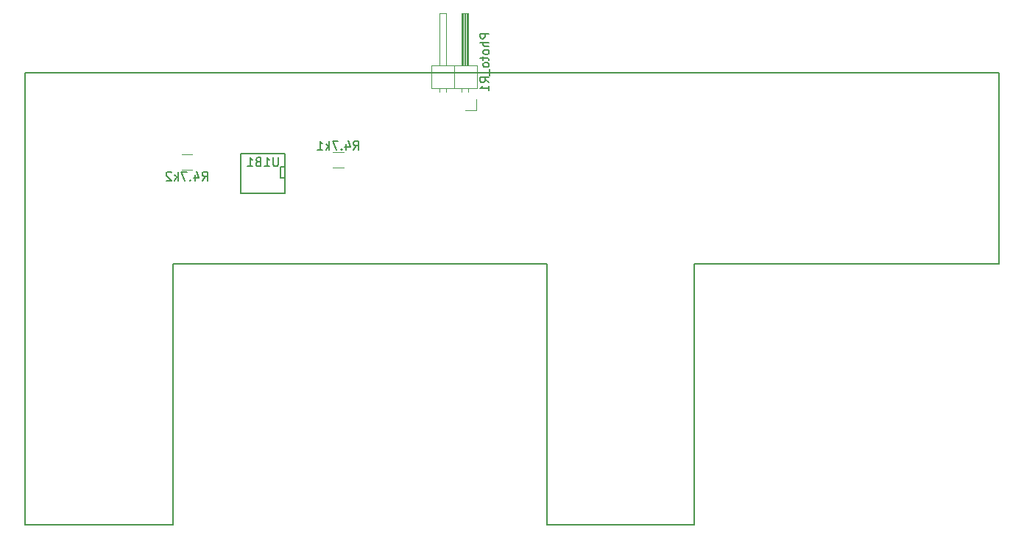
<source format=gbr>
G04 #@! TF.GenerationSoftware,KiCad,Pcbnew,(5.0.0)*
G04 #@! TF.CreationDate,2018-11-23T00:32:49+07:00*
G04 #@! TF.ProjectId,ext_module,6578745F6D6F64756C652E6B69636164,rev?*
G04 #@! TF.SameCoordinates,Original*
G04 #@! TF.FileFunction,Legend,Bot*
G04 #@! TF.FilePolarity,Positive*
%FSLAX46Y46*%
G04 Gerber Fmt 4.6, Leading zero omitted, Abs format (unit mm)*
G04 Created by KiCad (PCBNEW (5.0.0)) date 11/23/18 00:32:49*
%MOMM*%
%LPD*%
G01*
G04 APERTURE LIST*
%ADD10C,0.150000*%
%ADD11C,0.120000*%
G04 APERTURE END LIST*
D10*
X21000000Y-23000000D02*
X21000000Y-75000000D01*
X133000000Y-23000000D02*
X21000000Y-23000000D01*
X133000000Y-45000000D02*
X133000000Y-23000000D01*
X98000000Y-45000000D02*
X133000000Y-45000000D01*
X98000000Y-75000000D02*
X98000000Y-45000000D01*
X81000000Y-75000000D02*
X98000000Y-75000000D01*
X81000000Y-45000000D02*
X81000000Y-75000000D01*
X38000000Y-45000000D02*
X81000000Y-45000000D01*
X38000000Y-75000000D02*
X38000000Y-45000000D01*
X21000000Y-75000000D02*
X38000000Y-75000000D01*
D11*
G04 #@! TO.C,R4.7k1*
X56423000Y-33900000D02*
X57623000Y-33900000D01*
X57623000Y-32140000D02*
X56423000Y-32140000D01*
G04 #@! TO.C,R4.7k2*
X40224000Y-32394000D02*
X39024000Y-32394000D01*
X39024000Y-34154000D02*
X40224000Y-34154000D01*
D10*
G04 #@! TO.C,U1B1*
X50927000Y-32258000D02*
X45847000Y-32258000D01*
X45847000Y-32258000D02*
X45847000Y-36830000D01*
X45847000Y-36830000D02*
X50927000Y-36830000D01*
X50927000Y-36830000D02*
X50927000Y-32258000D01*
X50927000Y-33782000D02*
X50419000Y-33782000D01*
X50419000Y-33782000D02*
X50419000Y-35052000D01*
X50419000Y-35052000D02*
X50927000Y-35052000D01*
D11*
G04 #@! TO.C,Photo_R1*
X72958000Y-24695000D02*
X70358000Y-24695000D01*
X70358000Y-24695000D02*
X70358000Y-22075000D01*
X70358000Y-22075000D02*
X72958000Y-22075000D01*
X72958000Y-22075000D02*
X72958000Y-24695000D01*
X72008000Y-22075000D02*
X71248000Y-22075000D01*
X71248000Y-22075000D02*
X71248000Y-16075000D01*
X71248000Y-16075000D02*
X72008000Y-16075000D01*
X72008000Y-16075000D02*
X72008000Y-22075000D01*
X72008000Y-25125000D02*
X72008000Y-24695000D01*
X71248000Y-25125000D02*
X71248000Y-24695000D01*
X71888000Y-22075000D02*
X71888000Y-16075000D01*
X71768000Y-22075000D02*
X71768000Y-16075000D01*
X71648000Y-22075000D02*
X71648000Y-16075000D01*
X71528000Y-22075000D02*
X71528000Y-16075000D01*
X71408000Y-22075000D02*
X71408000Y-16075000D01*
X71288000Y-22075000D02*
X71288000Y-16075000D01*
X70358000Y-24695000D02*
X67758000Y-24695000D01*
X67758000Y-24695000D02*
X67758000Y-22075000D01*
X67758000Y-22075000D02*
X70358000Y-22075000D01*
X70358000Y-22075000D02*
X70358000Y-24695000D01*
X69468000Y-22075000D02*
X68708000Y-22075000D01*
X68708000Y-22075000D02*
X68708000Y-16075000D01*
X68708000Y-16075000D02*
X69468000Y-16075000D01*
X69468000Y-16075000D02*
X69468000Y-22075000D01*
X69468000Y-25125000D02*
X69468000Y-24695000D01*
X68708000Y-25125000D02*
X68708000Y-24695000D01*
X71628000Y-27305000D02*
X72898000Y-27305000D01*
X72898000Y-27305000D02*
X72898000Y-26035000D01*
G04 #@! TD*
G04 #@! TO.C,R4.7k1*
D10*
X58784904Y-31822380D02*
X59118238Y-31346190D01*
X59356333Y-31822380D02*
X59356333Y-30822380D01*
X58975380Y-30822380D01*
X58880142Y-30870000D01*
X58832523Y-30917619D01*
X58784904Y-31012857D01*
X58784904Y-31155714D01*
X58832523Y-31250952D01*
X58880142Y-31298571D01*
X58975380Y-31346190D01*
X59356333Y-31346190D01*
X57927761Y-31155714D02*
X57927761Y-31822380D01*
X58165857Y-30774761D02*
X58403952Y-31489047D01*
X57784904Y-31489047D01*
X57403952Y-31727142D02*
X57356333Y-31774761D01*
X57403952Y-31822380D01*
X57451571Y-31774761D01*
X57403952Y-31727142D01*
X57403952Y-31822380D01*
X57023000Y-30822380D02*
X56356333Y-30822380D01*
X56784904Y-31822380D01*
X55975380Y-31822380D02*
X55975380Y-30822380D01*
X55880142Y-31441428D02*
X55594428Y-31822380D01*
X55594428Y-31155714D02*
X55975380Y-31536666D01*
X54642047Y-31822380D02*
X55213476Y-31822380D01*
X54927761Y-31822380D02*
X54927761Y-30822380D01*
X55023000Y-30965238D01*
X55118238Y-31060476D01*
X55213476Y-31108095D01*
G04 #@! TO.C,R4.7k2*
X41385904Y-35376380D02*
X41719238Y-34900190D01*
X41957333Y-35376380D02*
X41957333Y-34376380D01*
X41576380Y-34376380D01*
X41481142Y-34424000D01*
X41433523Y-34471619D01*
X41385904Y-34566857D01*
X41385904Y-34709714D01*
X41433523Y-34804952D01*
X41481142Y-34852571D01*
X41576380Y-34900190D01*
X41957333Y-34900190D01*
X40528761Y-34709714D02*
X40528761Y-35376380D01*
X40766857Y-34328761D02*
X41004952Y-35043047D01*
X40385904Y-35043047D01*
X40004952Y-35281142D02*
X39957333Y-35328761D01*
X40004952Y-35376380D01*
X40052571Y-35328761D01*
X40004952Y-35281142D01*
X40004952Y-35376380D01*
X39624000Y-34376380D02*
X38957333Y-34376380D01*
X39385904Y-35376380D01*
X38576380Y-35376380D02*
X38576380Y-34376380D01*
X38481142Y-34995428D02*
X38195428Y-35376380D01*
X38195428Y-34709714D02*
X38576380Y-35090666D01*
X37814476Y-34471619D02*
X37766857Y-34424000D01*
X37671619Y-34376380D01*
X37433523Y-34376380D01*
X37338285Y-34424000D01*
X37290666Y-34471619D01*
X37243047Y-34566857D01*
X37243047Y-34662095D01*
X37290666Y-34804952D01*
X37862095Y-35376380D01*
X37243047Y-35376380D01*
G04 #@! TO.C,U1B1*
X50125095Y-32726380D02*
X50125095Y-33535904D01*
X50077476Y-33631142D01*
X50029857Y-33678761D01*
X49934619Y-33726380D01*
X49744142Y-33726380D01*
X49648904Y-33678761D01*
X49601285Y-33631142D01*
X49553666Y-33535904D01*
X49553666Y-32726380D01*
X48553666Y-33726380D02*
X49125095Y-33726380D01*
X48839380Y-33726380D02*
X48839380Y-32726380D01*
X48934619Y-32869238D01*
X49029857Y-32964476D01*
X49125095Y-33012095D01*
X47791761Y-33202571D02*
X47648904Y-33250190D01*
X47601285Y-33297809D01*
X47553666Y-33393047D01*
X47553666Y-33535904D01*
X47601285Y-33631142D01*
X47648904Y-33678761D01*
X47744142Y-33726380D01*
X48125095Y-33726380D01*
X48125095Y-32726380D01*
X47791761Y-32726380D01*
X47696523Y-32774000D01*
X47648904Y-32821619D01*
X47601285Y-32916857D01*
X47601285Y-33012095D01*
X47648904Y-33107333D01*
X47696523Y-33154952D01*
X47791761Y-33202571D01*
X48125095Y-33202571D01*
X46601285Y-33726380D02*
X47172714Y-33726380D01*
X46887000Y-33726380D02*
X46887000Y-32726380D01*
X46982238Y-32869238D01*
X47077476Y-32964476D01*
X47172714Y-33012095D01*
G04 #@! TO.C,Photo_R1*
X74350380Y-18458095D02*
X73350380Y-18458095D01*
X73350380Y-18839047D01*
X73398000Y-18934285D01*
X73445619Y-18981904D01*
X73540857Y-19029523D01*
X73683714Y-19029523D01*
X73778952Y-18981904D01*
X73826571Y-18934285D01*
X73874190Y-18839047D01*
X73874190Y-18458095D01*
X74350380Y-19458095D02*
X73350380Y-19458095D01*
X74350380Y-19886666D02*
X73826571Y-19886666D01*
X73731333Y-19839047D01*
X73683714Y-19743809D01*
X73683714Y-19600952D01*
X73731333Y-19505714D01*
X73778952Y-19458095D01*
X74350380Y-20505714D02*
X74302761Y-20410476D01*
X74255142Y-20362857D01*
X74159904Y-20315238D01*
X73874190Y-20315238D01*
X73778952Y-20362857D01*
X73731333Y-20410476D01*
X73683714Y-20505714D01*
X73683714Y-20648571D01*
X73731333Y-20743809D01*
X73778952Y-20791428D01*
X73874190Y-20839047D01*
X74159904Y-20839047D01*
X74255142Y-20791428D01*
X74302761Y-20743809D01*
X74350380Y-20648571D01*
X74350380Y-20505714D01*
X73683714Y-21124761D02*
X73683714Y-21505714D01*
X73350380Y-21267619D02*
X74207523Y-21267619D01*
X74302761Y-21315238D01*
X74350380Y-21410476D01*
X74350380Y-21505714D01*
X74350380Y-21981904D02*
X74302761Y-21886666D01*
X74255142Y-21839047D01*
X74159904Y-21791428D01*
X73874190Y-21791428D01*
X73778952Y-21839047D01*
X73731333Y-21886666D01*
X73683714Y-21981904D01*
X73683714Y-22124761D01*
X73731333Y-22220000D01*
X73778952Y-22267619D01*
X73874190Y-22315238D01*
X74159904Y-22315238D01*
X74255142Y-22267619D01*
X74302761Y-22220000D01*
X74350380Y-22124761D01*
X74350380Y-21981904D01*
X74445619Y-22505714D02*
X74445619Y-23267619D01*
X74350380Y-24077142D02*
X73874190Y-23743809D01*
X74350380Y-23505714D02*
X73350380Y-23505714D01*
X73350380Y-23886666D01*
X73398000Y-23981904D01*
X73445619Y-24029523D01*
X73540857Y-24077142D01*
X73683714Y-24077142D01*
X73778952Y-24029523D01*
X73826571Y-23981904D01*
X73874190Y-23886666D01*
X73874190Y-23505714D01*
X74350380Y-25029523D02*
X74350380Y-24458095D01*
X74350380Y-24743809D02*
X73350380Y-24743809D01*
X73493238Y-24648571D01*
X73588476Y-24553333D01*
X73636095Y-24458095D01*
G04 #@! TD*
M02*

</source>
